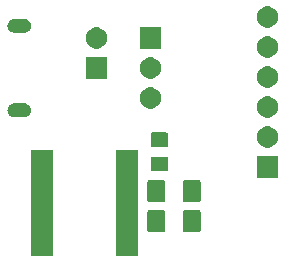
<source format=gbr>
G04 #@! TF.GenerationSoftware,KiCad,Pcbnew,5.1.6-c6e7f7d~86~ubuntu18.04.1*
G04 #@! TF.CreationDate,2020-05-25T23:57:25-07:00*
G04 #@! TF.ProjectId,usb_power,7573625f-706f-4776-9572-2e6b69636164,rev?*
G04 #@! TF.SameCoordinates,Original*
G04 #@! TF.FileFunction,Soldermask,Bot*
G04 #@! TF.FilePolarity,Negative*
%FSLAX46Y46*%
G04 Gerber Fmt 4.6, Leading zero omitted, Abs format (unit mm)*
G04 Created by KiCad (PCBNEW 5.1.6-c6e7f7d~86~ubuntu18.04.1) date 2020-05-25 23:57:25*
%MOMM*%
%LPD*%
G01*
G04 APERTURE LIST*
%ADD10C,0.100000*%
G04 APERTURE END LIST*
D10*
G36*
X162006000Y-111181000D02*
G01*
X160154000Y-111181000D01*
X160154000Y-102179000D01*
X162006000Y-102179000D01*
X162006000Y-111181000D01*
G37*
G36*
X154806000Y-111181000D02*
G01*
X152954000Y-111181000D01*
X152954000Y-102179000D01*
X154806000Y-102179000D01*
X154806000Y-111181000D01*
G37*
G36*
X164189062Y-107282181D02*
G01*
X164223981Y-107292774D01*
X164256163Y-107309976D01*
X164284373Y-107333127D01*
X164307524Y-107361337D01*
X164324726Y-107393519D01*
X164335319Y-107428438D01*
X164339500Y-107470895D01*
X164339500Y-108937105D01*
X164335319Y-108979562D01*
X164324726Y-109014481D01*
X164307524Y-109046663D01*
X164284373Y-109074873D01*
X164256163Y-109098024D01*
X164223981Y-109115226D01*
X164189062Y-109125819D01*
X164146605Y-109130000D01*
X163005395Y-109130000D01*
X162962938Y-109125819D01*
X162928019Y-109115226D01*
X162895837Y-109098024D01*
X162867627Y-109074873D01*
X162844476Y-109046663D01*
X162827274Y-109014481D01*
X162816681Y-108979562D01*
X162812500Y-108937105D01*
X162812500Y-107470895D01*
X162816681Y-107428438D01*
X162827274Y-107393519D01*
X162844476Y-107361337D01*
X162867627Y-107333127D01*
X162895837Y-107309976D01*
X162928019Y-107292774D01*
X162962938Y-107282181D01*
X163005395Y-107278000D01*
X164146605Y-107278000D01*
X164189062Y-107282181D01*
G37*
G36*
X167164062Y-107282181D02*
G01*
X167198981Y-107292774D01*
X167231163Y-107309976D01*
X167259373Y-107333127D01*
X167282524Y-107361337D01*
X167299726Y-107393519D01*
X167310319Y-107428438D01*
X167314500Y-107470895D01*
X167314500Y-108937105D01*
X167310319Y-108979562D01*
X167299726Y-109014481D01*
X167282524Y-109046663D01*
X167259373Y-109074873D01*
X167231163Y-109098024D01*
X167198981Y-109115226D01*
X167164062Y-109125819D01*
X167121605Y-109130000D01*
X165980395Y-109130000D01*
X165937938Y-109125819D01*
X165903019Y-109115226D01*
X165870837Y-109098024D01*
X165842627Y-109074873D01*
X165819476Y-109046663D01*
X165802274Y-109014481D01*
X165791681Y-108979562D01*
X165787500Y-108937105D01*
X165787500Y-107470895D01*
X165791681Y-107428438D01*
X165802274Y-107393519D01*
X165819476Y-107361337D01*
X165842627Y-107333127D01*
X165870837Y-107309976D01*
X165903019Y-107292774D01*
X165937938Y-107282181D01*
X165980395Y-107278000D01*
X167121605Y-107278000D01*
X167164062Y-107282181D01*
G37*
G36*
X167164062Y-104742181D02*
G01*
X167198981Y-104752774D01*
X167231163Y-104769976D01*
X167259373Y-104793127D01*
X167282524Y-104821337D01*
X167299726Y-104853519D01*
X167310319Y-104888438D01*
X167314500Y-104930895D01*
X167314500Y-106397105D01*
X167310319Y-106439562D01*
X167299726Y-106474481D01*
X167282524Y-106506663D01*
X167259373Y-106534873D01*
X167231163Y-106558024D01*
X167198981Y-106575226D01*
X167164062Y-106585819D01*
X167121605Y-106590000D01*
X165980395Y-106590000D01*
X165937938Y-106585819D01*
X165903019Y-106575226D01*
X165870837Y-106558024D01*
X165842627Y-106534873D01*
X165819476Y-106506663D01*
X165802274Y-106474481D01*
X165791681Y-106439562D01*
X165787500Y-106397105D01*
X165787500Y-104930895D01*
X165791681Y-104888438D01*
X165802274Y-104853519D01*
X165819476Y-104821337D01*
X165842627Y-104793127D01*
X165870837Y-104769976D01*
X165903019Y-104752774D01*
X165937938Y-104742181D01*
X165980395Y-104738000D01*
X167121605Y-104738000D01*
X167164062Y-104742181D01*
G37*
G36*
X164189062Y-104742181D02*
G01*
X164223981Y-104752774D01*
X164256163Y-104769976D01*
X164284373Y-104793127D01*
X164307524Y-104821337D01*
X164324726Y-104853519D01*
X164335319Y-104888438D01*
X164339500Y-104930895D01*
X164339500Y-106397105D01*
X164335319Y-106439562D01*
X164324726Y-106474481D01*
X164307524Y-106506663D01*
X164284373Y-106534873D01*
X164256163Y-106558024D01*
X164223981Y-106575226D01*
X164189062Y-106585819D01*
X164146605Y-106590000D01*
X163005395Y-106590000D01*
X162962938Y-106585819D01*
X162928019Y-106575226D01*
X162895837Y-106558024D01*
X162867627Y-106534873D01*
X162844476Y-106506663D01*
X162827274Y-106474481D01*
X162816681Y-106439562D01*
X162812500Y-106397105D01*
X162812500Y-104930895D01*
X162816681Y-104888438D01*
X162827274Y-104853519D01*
X162844476Y-104821337D01*
X162867627Y-104793127D01*
X162895837Y-104769976D01*
X162928019Y-104752774D01*
X162962938Y-104742181D01*
X163005395Y-104738000D01*
X164146605Y-104738000D01*
X164189062Y-104742181D01*
G37*
G36*
X173875000Y-104533000D02*
G01*
X172073000Y-104533000D01*
X172073000Y-102731000D01*
X173875000Y-102731000D01*
X173875000Y-104533000D01*
G37*
G36*
X164418674Y-102756465D02*
G01*
X164456367Y-102767899D01*
X164491103Y-102786466D01*
X164521548Y-102811452D01*
X164546534Y-102841897D01*
X164565101Y-102876633D01*
X164576535Y-102914326D01*
X164581000Y-102959661D01*
X164581000Y-103796339D01*
X164576535Y-103841674D01*
X164565101Y-103879367D01*
X164546534Y-103914103D01*
X164521548Y-103944548D01*
X164491103Y-103969534D01*
X164456367Y-103988101D01*
X164418674Y-103999535D01*
X164373339Y-104004000D01*
X163286661Y-104004000D01*
X163241326Y-103999535D01*
X163203633Y-103988101D01*
X163168897Y-103969534D01*
X163138452Y-103944548D01*
X163113466Y-103914103D01*
X163094899Y-103879367D01*
X163083465Y-103841674D01*
X163079000Y-103796339D01*
X163079000Y-102959661D01*
X163083465Y-102914326D01*
X163094899Y-102876633D01*
X163113466Y-102841897D01*
X163138452Y-102811452D01*
X163168897Y-102786466D01*
X163203633Y-102767899D01*
X163241326Y-102756465D01*
X163286661Y-102752000D01*
X164373339Y-102752000D01*
X164418674Y-102756465D01*
G37*
G36*
X173087512Y-100195927D02*
G01*
X173236812Y-100225624D01*
X173400784Y-100293544D01*
X173548354Y-100392147D01*
X173673853Y-100517646D01*
X173772456Y-100665216D01*
X173840376Y-100829188D01*
X173875000Y-101003259D01*
X173875000Y-101180741D01*
X173840376Y-101354812D01*
X173772456Y-101518784D01*
X173673853Y-101666354D01*
X173548354Y-101791853D01*
X173400784Y-101890456D01*
X173236812Y-101958376D01*
X173087512Y-101988073D01*
X173062742Y-101993000D01*
X172885258Y-101993000D01*
X172860488Y-101988073D01*
X172711188Y-101958376D01*
X172547216Y-101890456D01*
X172399646Y-101791853D01*
X172274147Y-101666354D01*
X172175544Y-101518784D01*
X172107624Y-101354812D01*
X172073000Y-101180741D01*
X172073000Y-101003259D01*
X172107624Y-100829188D01*
X172175544Y-100665216D01*
X172274147Y-100517646D01*
X172399646Y-100392147D01*
X172547216Y-100293544D01*
X172711188Y-100225624D01*
X172860488Y-100195927D01*
X172885258Y-100191000D01*
X173062742Y-100191000D01*
X173087512Y-100195927D01*
G37*
G36*
X164418674Y-100706465D02*
G01*
X164456367Y-100717899D01*
X164491103Y-100736466D01*
X164521548Y-100761452D01*
X164546534Y-100791897D01*
X164565101Y-100826633D01*
X164576535Y-100864326D01*
X164581000Y-100909661D01*
X164581000Y-101746339D01*
X164576535Y-101791674D01*
X164565101Y-101829367D01*
X164546534Y-101864103D01*
X164521548Y-101894548D01*
X164491103Y-101919534D01*
X164456367Y-101938101D01*
X164418674Y-101949535D01*
X164373339Y-101954000D01*
X163286661Y-101954000D01*
X163241326Y-101949535D01*
X163203633Y-101938101D01*
X163168897Y-101919534D01*
X163138452Y-101894548D01*
X163113466Y-101864103D01*
X163094899Y-101829367D01*
X163083465Y-101791674D01*
X163079000Y-101746339D01*
X163079000Y-100909661D01*
X163083465Y-100864326D01*
X163094899Y-100826633D01*
X163113466Y-100791897D01*
X163138452Y-100761452D01*
X163168897Y-100736466D01*
X163203633Y-100717899D01*
X163241326Y-100706465D01*
X163286661Y-100702000D01*
X164373339Y-100702000D01*
X164418674Y-100706465D01*
G37*
G36*
X173087512Y-97655927D02*
G01*
X173236812Y-97685624D01*
X173400784Y-97753544D01*
X173548354Y-97852147D01*
X173673853Y-97977646D01*
X173772456Y-98125216D01*
X173840376Y-98289188D01*
X173875000Y-98463259D01*
X173875000Y-98640741D01*
X173840376Y-98814812D01*
X173772456Y-98978784D01*
X173673853Y-99126354D01*
X173548354Y-99251853D01*
X173400784Y-99350456D01*
X173236812Y-99418376D01*
X173087512Y-99448073D01*
X173062742Y-99453000D01*
X172885258Y-99453000D01*
X172860488Y-99448073D01*
X172711188Y-99418376D01*
X172547216Y-99350456D01*
X172399646Y-99251853D01*
X172274147Y-99126354D01*
X172175544Y-98978784D01*
X172107624Y-98814812D01*
X172073000Y-98640741D01*
X172073000Y-98463259D01*
X172107624Y-98289188D01*
X172175544Y-98125216D01*
X172274147Y-97977646D01*
X172399646Y-97852147D01*
X172547216Y-97753544D01*
X172711188Y-97685624D01*
X172860488Y-97655927D01*
X172885258Y-97651000D01*
X173062742Y-97651000D01*
X173087512Y-97655927D01*
G37*
G36*
X152499916Y-98257334D02*
G01*
X152604925Y-98289189D01*
X152608495Y-98290272D01*
X152644601Y-98309571D01*
X152708557Y-98343756D01*
X152796264Y-98415736D01*
X152868244Y-98503443D01*
X152902429Y-98567399D01*
X152921728Y-98603505D01*
X152921729Y-98603508D01*
X152954666Y-98712084D01*
X152965787Y-98825000D01*
X152954666Y-98937916D01*
X152921729Y-99046492D01*
X152921728Y-99046495D01*
X152902429Y-99082601D01*
X152868244Y-99146557D01*
X152796264Y-99234264D01*
X152708557Y-99306244D01*
X152644601Y-99340429D01*
X152608495Y-99359728D01*
X152608492Y-99359729D01*
X152499916Y-99392666D01*
X152415298Y-99401000D01*
X151508702Y-99401000D01*
X151424084Y-99392666D01*
X151315508Y-99359729D01*
X151315505Y-99359728D01*
X151279399Y-99340429D01*
X151215443Y-99306244D01*
X151127736Y-99234264D01*
X151055756Y-99146557D01*
X151021571Y-99082601D01*
X151002272Y-99046495D01*
X151002271Y-99046492D01*
X150969334Y-98937916D01*
X150958213Y-98825000D01*
X150969334Y-98712084D01*
X151002271Y-98603508D01*
X151002272Y-98603505D01*
X151021571Y-98567399D01*
X151055756Y-98503443D01*
X151127736Y-98415736D01*
X151215443Y-98343756D01*
X151279399Y-98309571D01*
X151315505Y-98290272D01*
X151319075Y-98289189D01*
X151424084Y-98257334D01*
X151508702Y-98249000D01*
X152415298Y-98249000D01*
X152499916Y-98257334D01*
G37*
G36*
X163181512Y-96893927D02*
G01*
X163330812Y-96923624D01*
X163494784Y-96991544D01*
X163642354Y-97090147D01*
X163767853Y-97215646D01*
X163866456Y-97363216D01*
X163934376Y-97527188D01*
X163969000Y-97701259D01*
X163969000Y-97878741D01*
X163934376Y-98052812D01*
X163866456Y-98216784D01*
X163767853Y-98364354D01*
X163642354Y-98489853D01*
X163494784Y-98588456D01*
X163330812Y-98656376D01*
X163181512Y-98686073D01*
X163156742Y-98691000D01*
X162979258Y-98691000D01*
X162954488Y-98686073D01*
X162805188Y-98656376D01*
X162641216Y-98588456D01*
X162493646Y-98489853D01*
X162368147Y-98364354D01*
X162269544Y-98216784D01*
X162201624Y-98052812D01*
X162167000Y-97878741D01*
X162167000Y-97701259D01*
X162201624Y-97527188D01*
X162269544Y-97363216D01*
X162368147Y-97215646D01*
X162493646Y-97090147D01*
X162641216Y-96991544D01*
X162805188Y-96923624D01*
X162954488Y-96893927D01*
X162979258Y-96889000D01*
X163156742Y-96889000D01*
X163181512Y-96893927D01*
G37*
G36*
X173087512Y-95115927D02*
G01*
X173236812Y-95145624D01*
X173400784Y-95213544D01*
X173548354Y-95312147D01*
X173673853Y-95437646D01*
X173772456Y-95585216D01*
X173840376Y-95749188D01*
X173875000Y-95923259D01*
X173875000Y-96100741D01*
X173840376Y-96274812D01*
X173772456Y-96438784D01*
X173673853Y-96586354D01*
X173548354Y-96711853D01*
X173400784Y-96810456D01*
X173236812Y-96878376D01*
X173087512Y-96908073D01*
X173062742Y-96913000D01*
X172885258Y-96913000D01*
X172860488Y-96908073D01*
X172711188Y-96878376D01*
X172547216Y-96810456D01*
X172399646Y-96711853D01*
X172274147Y-96586354D01*
X172175544Y-96438784D01*
X172107624Y-96274812D01*
X172073000Y-96100741D01*
X172073000Y-95923259D01*
X172107624Y-95749188D01*
X172175544Y-95585216D01*
X172274147Y-95437646D01*
X172399646Y-95312147D01*
X172547216Y-95213544D01*
X172711188Y-95145624D01*
X172860488Y-95115927D01*
X172885258Y-95111000D01*
X173062742Y-95111000D01*
X173087512Y-95115927D01*
G37*
G36*
X163181512Y-94353927D02*
G01*
X163330812Y-94383624D01*
X163494784Y-94451544D01*
X163642354Y-94550147D01*
X163767853Y-94675646D01*
X163866456Y-94823216D01*
X163934376Y-94987188D01*
X163969000Y-95161259D01*
X163969000Y-95338741D01*
X163934376Y-95512812D01*
X163866456Y-95676784D01*
X163767853Y-95824354D01*
X163642354Y-95949853D01*
X163494784Y-96048456D01*
X163330812Y-96116376D01*
X163181512Y-96146073D01*
X163156742Y-96151000D01*
X162979258Y-96151000D01*
X162954488Y-96146073D01*
X162805188Y-96116376D01*
X162641216Y-96048456D01*
X162493646Y-95949853D01*
X162368147Y-95824354D01*
X162269544Y-95676784D01*
X162201624Y-95512812D01*
X162167000Y-95338741D01*
X162167000Y-95161259D01*
X162201624Y-94987188D01*
X162269544Y-94823216D01*
X162368147Y-94675646D01*
X162493646Y-94550147D01*
X162641216Y-94451544D01*
X162805188Y-94383624D01*
X162954488Y-94353927D01*
X162979258Y-94349000D01*
X163156742Y-94349000D01*
X163181512Y-94353927D01*
G37*
G36*
X159397000Y-96151000D02*
G01*
X157595000Y-96151000D01*
X157595000Y-94349000D01*
X159397000Y-94349000D01*
X159397000Y-96151000D01*
G37*
G36*
X173087512Y-92575927D02*
G01*
X173236812Y-92605624D01*
X173400784Y-92673544D01*
X173548354Y-92772147D01*
X173673853Y-92897646D01*
X173772456Y-93045216D01*
X173840376Y-93209188D01*
X173875000Y-93383259D01*
X173875000Y-93560741D01*
X173840376Y-93734812D01*
X173772456Y-93898784D01*
X173673853Y-94046354D01*
X173548354Y-94171853D01*
X173400784Y-94270456D01*
X173236812Y-94338376D01*
X173087512Y-94368073D01*
X173062742Y-94373000D01*
X172885258Y-94373000D01*
X172860488Y-94368073D01*
X172711188Y-94338376D01*
X172547216Y-94270456D01*
X172399646Y-94171853D01*
X172274147Y-94046354D01*
X172175544Y-93898784D01*
X172107624Y-93734812D01*
X172073000Y-93560741D01*
X172073000Y-93383259D01*
X172107624Y-93209188D01*
X172175544Y-93045216D01*
X172274147Y-92897646D01*
X172399646Y-92772147D01*
X172547216Y-92673544D01*
X172711188Y-92605624D01*
X172860488Y-92575927D01*
X172885258Y-92571000D01*
X173062742Y-92571000D01*
X173087512Y-92575927D01*
G37*
G36*
X163969000Y-93611000D02*
G01*
X162167000Y-93611000D01*
X162167000Y-91809000D01*
X163969000Y-91809000D01*
X163969000Y-93611000D01*
G37*
G36*
X158609512Y-91813927D02*
G01*
X158758812Y-91843624D01*
X158922784Y-91911544D01*
X159070354Y-92010147D01*
X159195853Y-92135646D01*
X159294456Y-92283216D01*
X159362376Y-92447188D01*
X159397000Y-92621259D01*
X159397000Y-92798741D01*
X159362376Y-92972812D01*
X159294456Y-93136784D01*
X159195853Y-93284354D01*
X159070354Y-93409853D01*
X158922784Y-93508456D01*
X158758812Y-93576376D01*
X158609512Y-93606073D01*
X158584742Y-93611000D01*
X158407258Y-93611000D01*
X158382488Y-93606073D01*
X158233188Y-93576376D01*
X158069216Y-93508456D01*
X157921646Y-93409853D01*
X157796147Y-93284354D01*
X157697544Y-93136784D01*
X157629624Y-92972812D01*
X157595000Y-92798741D01*
X157595000Y-92621259D01*
X157629624Y-92447188D01*
X157697544Y-92283216D01*
X157796147Y-92135646D01*
X157921646Y-92010147D01*
X158069216Y-91911544D01*
X158233188Y-91843624D01*
X158382488Y-91813927D01*
X158407258Y-91809000D01*
X158584742Y-91809000D01*
X158609512Y-91813927D01*
G37*
G36*
X152499916Y-91107334D02*
G01*
X152608492Y-91140271D01*
X152608495Y-91140272D01*
X152644601Y-91159571D01*
X152708557Y-91193756D01*
X152796264Y-91265736D01*
X152868244Y-91353443D01*
X152902429Y-91417399D01*
X152921728Y-91453505D01*
X152921729Y-91453508D01*
X152954666Y-91562084D01*
X152965787Y-91675000D01*
X152954666Y-91787916D01*
X152937766Y-91843625D01*
X152921728Y-91896495D01*
X152913684Y-91911544D01*
X152868244Y-91996557D01*
X152796264Y-92084264D01*
X152708557Y-92156244D01*
X152644601Y-92190429D01*
X152608495Y-92209728D01*
X152608492Y-92209729D01*
X152499916Y-92242666D01*
X152415298Y-92251000D01*
X151508702Y-92251000D01*
X151424084Y-92242666D01*
X151315508Y-92209729D01*
X151315505Y-92209728D01*
X151279399Y-92190429D01*
X151215443Y-92156244D01*
X151127736Y-92084264D01*
X151055756Y-91996557D01*
X151010316Y-91911544D01*
X151002272Y-91896495D01*
X150986234Y-91843625D01*
X150969334Y-91787916D01*
X150958213Y-91675000D01*
X150969334Y-91562084D01*
X151002271Y-91453508D01*
X151002272Y-91453505D01*
X151021571Y-91417399D01*
X151055756Y-91353443D01*
X151127736Y-91265736D01*
X151215443Y-91193756D01*
X151279399Y-91159571D01*
X151315505Y-91140272D01*
X151315508Y-91140271D01*
X151424084Y-91107334D01*
X151508702Y-91099000D01*
X152415298Y-91099000D01*
X152499916Y-91107334D01*
G37*
G36*
X173087512Y-90035927D02*
G01*
X173236812Y-90065624D01*
X173400784Y-90133544D01*
X173548354Y-90232147D01*
X173673853Y-90357646D01*
X173772456Y-90505216D01*
X173840376Y-90669188D01*
X173875000Y-90843259D01*
X173875000Y-91020741D01*
X173840376Y-91194812D01*
X173772456Y-91358784D01*
X173673853Y-91506354D01*
X173548354Y-91631853D01*
X173400784Y-91730456D01*
X173236812Y-91798376D01*
X173087512Y-91828073D01*
X173062742Y-91833000D01*
X172885258Y-91833000D01*
X172860488Y-91828073D01*
X172711188Y-91798376D01*
X172547216Y-91730456D01*
X172399646Y-91631853D01*
X172274147Y-91506354D01*
X172175544Y-91358784D01*
X172107624Y-91194812D01*
X172073000Y-91020741D01*
X172073000Y-90843259D01*
X172107624Y-90669188D01*
X172175544Y-90505216D01*
X172274147Y-90357646D01*
X172399646Y-90232147D01*
X172547216Y-90133544D01*
X172711188Y-90065624D01*
X172860488Y-90035927D01*
X172885258Y-90031000D01*
X173062742Y-90031000D01*
X173087512Y-90035927D01*
G37*
M02*

</source>
